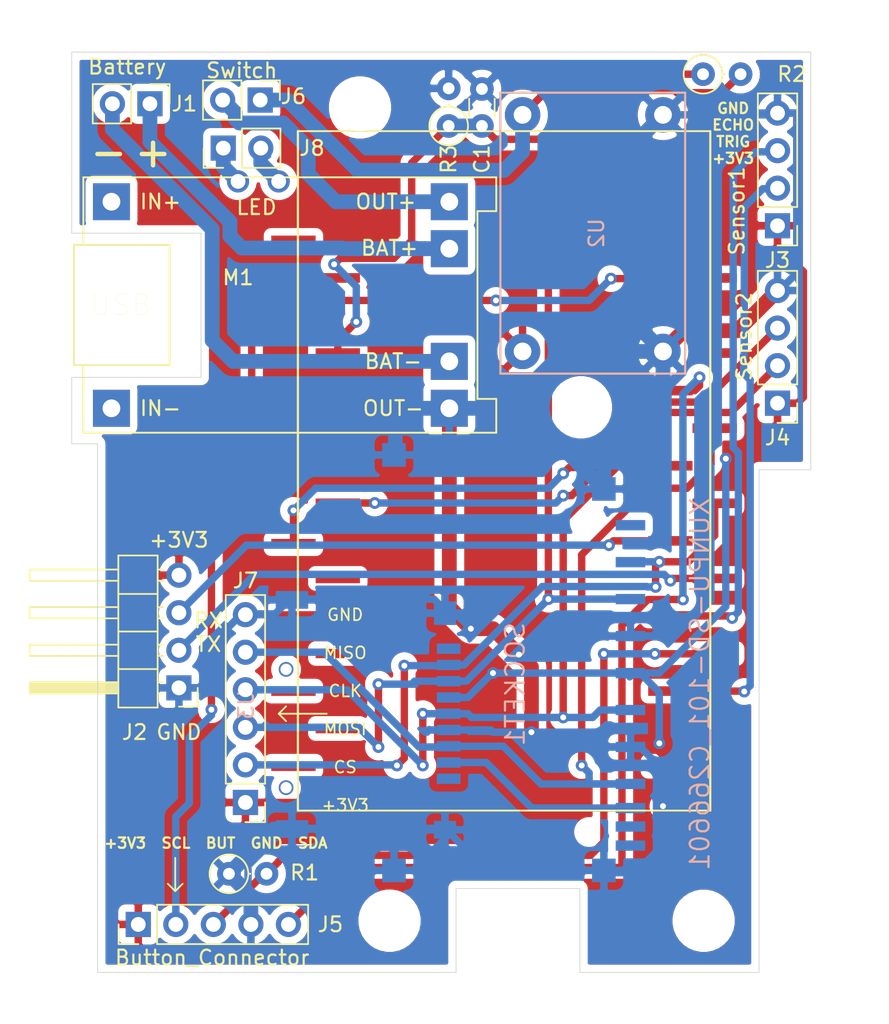
<source format=kicad_pcb>
(kicad_pcb (version 20171130) (host pcbnew "(5.1.4)-1")
  (layers (0 F.Cu signal) (31 B.Cu signal) (34 B.Paste user) (35 F.Paste user) (36 B.SilkS user) (37 F.SilkS user) (38 B.Mask user) (39 F.Mask user) (44 Edge.Cuts user))
  (net 0 "")
  (net 1 SD_CD)
  (net 2 SD_CLK)
  (net 3 SD_CMD)
  (net 4 SD_DAT0)
  (net 5 SD_DAT1)
  (net 6 GND)
  (net 7 +3V3)
  (net 8 -BATT)
  (net 9 +BATT)
  (net 10 TX_NEO6M)
  (net 11 RX_NEO6M)
  (net 12 ECHO1)
  (net 13 TRIG1)
  (net 14 TRIG2)
  (net 15 ECHO2)
  (net 16 +VDC)
  (net 17 SDA)
  (net 18 BUTTON)
  (net 19 SCL)
  (net 20 "Net-(J6-Pad2)")
  (net 21 "Net-(C1-Pad1)")
  (net 22 "Net-(J10-Pad1)")
  (net 23 "Net-(J8-Pad1)")
  (module Capacitors_THT:C_Disc_D3.0mm_W1.6mm_P2.50mm (layer F.Cu) (at 50 52 90)
    (fp_text reference C1 (at -2.25 0 90) (layer F.SilkS))
    (fp_text value C_Small)
    (pad 1 thru_hole circle (at 0 0 90) (size 1.6 1.6) (drill 0.8) (layers *.Cu *.Mask) (net 21 "Net-(C1-Pad1)"))
    (pad 2 thru_hole circle (at 2.5 0 90) (size 1.6 1.6) (drill 0.8) (layers *.Cu *.Mask) (net 6 GND))
  )
  (module Resistors_THT:R_Axial_DIN0207_L6.3mm_D2.5mm_P2.54mm_Vertical (layer F.Cu) (at 32.885 102.575)
    (fp_text reference R1 (at 5.115 -0.075) (layer F.SilkS))
    (fp_text value R_Small)
    (pad 1 thru_hole circle (at 0 0) (size 1.6 1.6) (drill 0.8) (layers *.Cu *.Mask) (net 6 GND))
    (pad 2 thru_hole oval (at 2.54 0) (size 1.6 1.6) (drill 0.8) (layers *.Cu *.Mask) (net 18 BUTTON))
  )
  (module Mounting_Holes:MountingHole_3.2mm_M3_DIN965 (layer F.Cu) (at 65 105.75)
    (fp_text reference REF** hide)
    (fp_text value MountingHole_3.2mm_M3_DIN965)
    (pad 1 np_thru_hole circle (at 0 0) (size 3.2 3.2) (drill 3.2) (layers *.Cu *.Mask))
  )
  (module Mounting_Holes:MountingHole_3.2mm_M3_DIN965 (layer F.Cu) (at 41.75 50.75)
    (fp_text reference REF** hide)
    (fp_text value MountingHole_3.2mm_M3_DIN965)
    (pad 1 np_thru_hole circle (at 0 0) (size 3.2 3.2) (drill 3.2) (layers *.Cu *.Mask))
  )
  (module Mounting_Holes:MountingHole_3.2mm_M3_DIN965 (layer F.Cu) (at 43.75 105.75)
    (fp_text reference REF** hide)
    (fp_text value MountingHole_3.2mm_M3_DIN965)
    (pad 1 np_thru_hole circle (at 0 0) (size 3.2 3.2) (drill 3.2) (layers *.Cu *.Mask))
  )
  (module Mounting_Holes:MountingHole_3.2mm_M3_DIN965 (layer F.Cu) (at 56.7 71.025)
    (fp_text reference REF** hide)
    (fp_text value MountingHole_3.2mm_M3_DIN965)
    (pad 1 np_thru_hole circle (at 0 0) (size 3.2 3.2) (drill 3.2) (layers *.Cu *.Mask))
  )
  (module SD_CARD:SD_CARD-XUNPU-SD-101_C266601 (layer B.Cu) (at 44.0514 74.25 90)
    (fp_text reference SOCKET1 (at -15.49906 8.19784 90) (layer B.SilkS) (effects (font (size 1.27 1.27)) (justify mirror)))
    (fp_text value XUNPU-SD-101_C266601 (at -15.49906 20.69784 90) (layer B.SilkS) (effects (font (size 1.27 1.27)) (justify mirror)))
    (pad CD smd rect (at -25.12822 15.99946 90) (size 0.6985 1.99898) (layers B.Cu B.Paste B.Mask))
    (pad CD/DAT3 smd rect (at -7.24916 15.99946 90) (size 0.6985 1.99898) (layers B.Cu B.Paste B.Mask) (net 1 SD_CD))
    (pad CLK smd rect (at -17.24914 15.99946 90) (size 0.6985 1.99898) (layers B.Cu B.Paste B.Mask) (net 2 SD_CLK))
    (pad CMD smd rect (at -9.74852 15.99946 90) (size 0.6985 1.99898) (layers B.Cu B.Paste B.Mask) (net 3 SD_CMD))
    (pad DAT0 smd rect (at -22.24786 15.99946 90) (size 0.6985 1.99898) (layers B.Cu B.Paste B.Mask) (net 4 SD_DAT0))
    (pad DAT1 smd rect (at -23.87854 15.99946 90) (size 0.6985 1.99898) (layers B.Cu B.Paste B.Mask) (net 5 SD_DAT1))
    (pad DAT2 smd rect (at -4.7498 15.99946 90) (size 0.6985 1.99898) (layers B.Cu B.Paste B.Mask))
    (pad GND1 smd rect (at 0 0 90) (size 1.59766 1.59766) (layers B.Cu B.Paste B.Mask) (net 6 GND))
    (pad GND2 smd rect (at -2.2987 14.1986 90) (size 1.59766 1.59766) (layers B.Cu B.Paste B.Mask) (net 6 GND))
    (pad GND3 smd rect (at -28.09748 0 90) (size 1.59766 1.59766) (layers B.Cu B.Paste B.Mask) (net 6 GND))
    (pad GND4 smd rect (at -28.09748 14.1986 90) (size 1.59766 1.59766) (layers B.Cu B.Paste B.Mask) (net 6 GND))
    (pad SD_WP smd rect (at -26.41854 15.99946 90) (size 0.6985 1.99898) (layers B.Cu B.Paste B.Mask))
    (pad VDD smd rect (at -14.74978 15.99946 90) (size 0.6985 1.99898) (layers B.Cu B.Paste B.Mask) (net 7 +3V3))
    (pad VSS1 smd rect (at -12.24788 15.99946 90) (size 0.6985 1.99898) (layers B.Cu B.Paste B.Mask) (net 6 GND))
    (pad VSS2 smd rect (at -19.7485 15.99946 90) (size 0.6985 1.99898) (layers B.Cu B.Paste B.Mask) (net 6 GND))
    (pad "" np_thru_hole circle (at -4.51866 13.14958 90) (size 1.4986 1.4986) (drill 1.4986) (layers *.Cu *.Mask))
    (pad "" np_thru_hole circle (at -25.49906 13.19784 90) (size 0.99822 0.99822) (drill 0.99822) (layers *.Cu *.Mask))
  )
  (module Custom_Modules:LM2596_Mini (layer B.Cu) (at 52.45 51.15 270)
    (fp_text reference U2 (at 8.1 -5.3 270) (layer B.SilkS) (effects (justify mirror)))
    (fp_text value LM2596_mini)
    (pad IN+ thru_hole circle (at 0.1 -0.3 270) (size 2.4 2.4) (drill 1.2) (layers *.Cu *.Mask) (net 16 +VDC))
    (pad IN- thru_hole circle (at 0.1 -9.8 270) (size 2.4 2.4) (drill 1.2) (layers *.Cu *.Mask) (net 6 GND))
    (pad OUT+ thru_hole circle (at 16.1 -0.3 270) (size 2.4 2.4) (drill 1.2) (layers *.Cu *.Mask) (net 7 +3V3))
    (pad OUT- thru_hole circle (at 16.1 -9.8 270) (size 2.4 2.4) (drill 1.2) (layers *.Cu *.Mask) (net 6 GND))
  )
  (module SD_CARD:XUNPU-TF-115-C266620 (layer B.Cu) (at 36.75 96.75 90)
    (fp_text reference U3 (at 5.6 -2.7 90) (layer B.SilkS) (effects (justify mirror)))
    (fp_text value XUNPU-TF-115-C266620)
    (pad GND4 smd rect (at 12.7 0.4 90) (size 1.2 2.2) (layers B.Cu B.Paste B.Mask) (net 6 GND))
    (pad GND2 smd rect (at -2.8 0.4 90) (size 1.2 2.2) (layers B.Cu B.Paste B.Mask) (net 6 GND))
    (pad "" np_thru_hole circle (at 8 0 90) (size 1 1) (drill 0.762) (layers *.Cu *.Mask))
    (pad "" np_thru_hole circle (at 0 0 90) (size 1 1) (drill 0.762) (layers *.Cu *.Mask))
    (pad GND1 smd rect (at -2.85 10.75 90) (size 1.2 1.5) (layers B.Cu B.Paste B.Mask) (net 6 GND))
    (pad GND3 smd rect (at 11.8 10.75 90) (size 1.6 1.5) (layers B.Cu B.Paste B.Mask) (net 6 GND))
    (pad CD smd rect (at 0.6 11 90) (size 0.7 1.6) (layers B.Cu B.Paste B.Mask))
    (pad DAT1 smd rect (at 1.7 11 90) (size 0.7 1.6) (layers B.Cu B.Paste B.Mask) (net 5 SD_DAT1))
    (pad DAT0 smd rect (at 2.8 11 90) (size 0.7 1.6) (layers B.Cu B.Paste B.Mask) (net 4 SD_DAT0))
    (pad VSS1 smd rect (at 3.9 11 90) (size 0.7 1.6) (layers B.Cu B.Paste B.Mask) (net 6 GND))
    (pad CLK smd rect (at 5 11 90) (size 0.7 1.6) (layers B.Cu B.Paste B.Mask) (net 2 SD_CLK))
    (pad VDD smd rect (at 6.1 11 90) (size 0.7 1.6) (layers B.Cu B.Paste B.Mask) (net 7 +3V3))
    (pad CMD smd rect (at 7.2 11 90) (size 0.7 1.6) (layers B.Cu B.Paste B.Mask) (net 3 SD_CMD))
    (pad CD/DAT3 smd rect (at 8.3 11 90) (size 0.7 1.6) (layers B.Cu B.Paste B.Mask) (net 1 SD_CD))
    (pad DAT2 smd rect (at 9.4 11 90) (size 0.7 1.6) (layers B.Cu B.Paste B.Mask))
  )
  (module Custom_Modules:BATTERY-CHARGER-LI-PROT (layer F.Cu) (at 37 64.11)
    (fp_text reference M1 (at -3.5 -1.86) (layer F.SilkS))
    (fp_text value LIPoChargerwithProtection)
    (fp_text user OUT- (at 7 6.985) (layer F.SilkS))
    (fp_text user OUT+ (at 6.5 -6.985) (layer F.SilkS))
    (fp_text user USB (at -11.43 0) (layer F.SilkS) (effects (font (size 1.4 1.4) (thickness 0.015))))
    (fp_text user BAT- (at 7 3.81) (layer F.SilkS))
    (fp_text user BAT+ (at 6.75 -3.86) (layer F.SilkS))
    (fp_text user IN- (at -8.75 6.985) (layer F.SilkS))
    (fp_text user IN+ (at -8.75 -6.985) (layer F.SilkS))
    (pad OUT- thru_hole rect (at 10.795 6.985) (size 2.5 2.5) (drill 1.2) (layers *.Cu *.Mask) (net 6 GND))
    (pad OUT+ thru_hole rect (at 10.795 -6.985) (size 2.5 2.5) (drill 1.2) (layers *.Cu *.Mask) (net 20 "Net-(J6-Pad2)"))
    (pad B- thru_hole rect (at 10.795 3.81) (size 2.5 2.5) (drill 1.2) (layers *.Cu *.Mask) (net 8 -BATT))
    (pad B+ thru_hole rect (at 10.795 -3.81) (size 2.5 2.5) (drill 1.2) (layers *.Cu *.Mask) (net 9 +BATT))
    (pad IN- thru_hole rect (at -12.065 6.985) (size 2.5 2.5) (drill 1.2) (layers *.Cu *.Mask))
    (pad IN+ thru_hole rect (at -12.065 -6.985) (size 2.5 2.5) (drill 1.2) (layers *.Cu *.Mask))
  )
  (module Pin_Headers:Pin_Header_Straight_1x02_Pitch2.54mm (layer F.Cu) (at 27.54 50.5 270)
    (fp_text reference J1 (at 0 -2.33 180) (layer F.SilkS))
    (fp_text value Conn_01x02_Male)
    (pad 2 thru_hole oval (at 0 2.54 270) (size 1.7 1.7) (drill 1) (layers *.Cu *.Mask) (net 8 -BATT))
    (pad 1 thru_hole rect (at 0 0 270) (size 1.7 1.7) (drill 1) (layers *.Cu *.Mask) (net 9 +BATT))
  )
  (module Pin_Headers:Pin_Header_Angled_1x04_Pitch2.54mm (layer F.Cu) (at 29.5 90 180)
    (fp_text reference J2 (at 3 -3) (layer F.SilkS))
    (fp_text value Conn_01x04_Female)
    (pad 4 thru_hole oval (at 0 7.62 180) (size 1.7 1.7) (drill 1) (layers *.Cu *.Mask) (net 7 +3V3))
    (pad 3 thru_hole oval (at 0 5.08 180) (size 1.7 1.7) (drill 1) (layers *.Cu *.Mask) (net 11 RX_NEO6M))
    (pad 2 thru_hole oval (at 0 2.54 180) (size 1.7 1.7) (drill 1) (layers *.Cu *.Mask) (net 10 TX_NEO6M))
    (pad 1 thru_hole rect (at 0 0 180) (size 1.7 1.7) (drill 1) (layers *.Cu *.Mask) (net 6 GND))
  )
  (module Pin_Headers:Pin_Header_Straight_1x04_Pitch2.54mm (layer F.Cu) (at 70 58.75 180)
    (fp_text reference J3 (at 0 -2.33) (layer F.SilkS))
    (fp_text value Conn_01x04_Male)
    (pad 4 thru_hole oval (at 0 7.62 180) (size 1.7 1.7) (drill 1) (layers *.Cu *.Mask) (net 6 GND))
    (pad 3 thru_hole oval (at 0 5.08 180) (size 1.7 1.7) (drill 1) (layers *.Cu *.Mask) (net 12 ECHO1))
    (pad 2 thru_hole oval (at 0 2.54 180) (size 1.7 1.7) (drill 1) (layers *.Cu *.Mask) (net 13 TRIG1))
    (pad 1 thru_hole rect (at 0 0 180) (size 1.7 1.7) (drill 1) (layers *.Cu *.Mask) (net 7 +3V3))
  )
  (module Pin_Headers:Pin_Header_Straight_1x04_Pitch2.54mm (layer F.Cu) (at 70 70.75 180)
    (fp_text reference J4 (at 0 -2.33) (layer F.SilkS))
    (fp_text value Conn_01x04_Male)
    (pad 1 thru_hole rect (at 0 0 180) (size 1.7 1.7) (drill 1) (layers *.Cu *.Mask) (net 7 +3V3))
    (pad 2 thru_hole oval (at 0 2.54 180) (size 1.7 1.7) (drill 1) (layers *.Cu *.Mask) (net 14 TRIG2))
    (pad 3 thru_hole oval (at 0 5.08 180) (size 1.7 1.7) (drill 1) (layers *.Cu *.Mask) (net 15 ECHO2))
    (pad 4 thru_hole oval (at 0 7.62 180) (size 1.7 1.7) (drill 1) (layers *.Cu *.Mask) (net 6 GND))
  )
  (module Pin_Headers:Pin_Header_Straight_1x05_Pitch2.54mm (layer F.Cu) (at 26.75 106 90)
    (fp_text reference J5 (at 0 13) (layer F.SilkS))
    (fp_text value Conn_01x05_Male)
    (pad 5 thru_hole oval (at 0 10.16 90) (size 1.7 1.7) (drill 1) (layers *.Cu *.Mask) (net 17 SDA))
    (pad 4 thru_hole oval (at 0 7.62 90) (size 1.7 1.7) (drill 1) (layers *.Cu *.Mask) (net 6 GND))
    (pad 3 thru_hole oval (at 0 5.08 90) (size 1.7 1.7) (drill 1) (layers *.Cu *.Mask) (net 18 BUTTON))
    (pad 2 thru_hole oval (at 0 2.54 90) (size 1.7 1.7) (drill 1) (layers *.Cu *.Mask) (net 19 SCL))
    (pad 1 thru_hole rect (at 0 0 90) (size 1.7 1.7) (drill 1) (layers *.Cu *.Mask) (net 7 +3V3))
  )
  (module Pin_Headers:Pin_Header_Straight_1x02_Pitch2.54mm (layer F.Cu) (at 35 50.25 270)
    (fp_text reference J6 (at -0.25 -2.25 180) (layer F.SilkS))
    (fp_text value Conn_01x02_Male)
    (pad 2 thru_hole oval (at 0 2.54 270) (size 1.7 1.7) (drill 1) (layers *.Cu *.Mask) (net 20 "Net-(J6-Pad2)"))
    (pad 1 thru_hole rect (at 0 0 270) (size 1.7 1.7) (drill 1) (layers *.Cu *.Mask) (net 16 +VDC))
  )
  (module ESP32-DEVKITC-32D:MODULE_ESP32-DEVKITC-32C_SMD (layer F.Cu) (at 51.5 79.5)
    (fp_text reference U1 (at -10.829175 -28.446045) (layer F.SilkS) (effects (font (size 1.000386 1.000386) (thickness 0.015))))
    (fp_text value ESP32-DEVKIT-32C)
    (pad 1 smd rect (at -14.25 -19.76) (size 3 0.65) (layers F.Cu F.Paste F.Mask))
    (pad 2 smd rect (at -11.25 -17.22) (size 3 0.65) (layers F.Cu F.Paste F.Mask))
    (pad 3 smd rect (at -14.25 -14.68) (size 3 0.65) (layers F.Cu F.Paste F.Mask))
    (pad 4 smd rect (at -11.25 -12.14) (size 3 0.65) (layers F.Cu F.Paste F.Mask) (net 21 "Net-(C1-Pad1)"))
    (pad 5 smd rect (at -14.25 -9.6) (size 3 0.65) (layers F.Cu F.Paste F.Mask))
    (pad 6 smd rect (at -11.25 -7.06) (size 3 0.65) (layers F.Cu F.Paste F.Mask))
    (pad 7 smd rect (at -14.25 -4.75) (size 3 0.65) (layers F.Cu F.Paste F.Mask))
    (pad 8 smd rect (at -11.25 -1.98) (size 3 0.65) (layers F.Cu F.Paste F.Mask) (net 14 TRIG2))
    (pad 9 smd rect (at -14.25 0.75) (size 3 0.65) (layers F.Cu F.Paste F.Mask) (net 15 ECHO2))
    (pad 10 smd rect (at -11.25 3.1) (size 3 0.65) (layers F.Cu F.Paste F.Mask))
    (pad 11 smd rect (at -14.25 5.64) (size 3 0.65) (layers F.Cu F.Paste F.Mask))
    (pad 12 smd rect (at -11.25 8.18) (size 3 0.635) (layers F.Cu F.Paste F.Mask))
    (pad 13 smd rect (at -14.25 10.72) (size 3 0.65) (layers F.Cu F.Paste F.Mask))
    (pad 14 smd rect (at -11.25 13.25) (size 3 0.65) (layers F.Cu F.Paste F.Mask))
    (pad 15 smd rect (at -14.25 15.8) (size 3 0.65) (layers F.Cu F.Paste F.Mask))
    (pad 30 smd rect (at 11.25 -19.75) (size 3 0.65) (layers F.Cu F.Paste F.Mask) (net 3 SD_CMD))
    (pad 29 smd rect (at 14.25 -17.22) (size 3 0.65) (layers F.Cu F.Paste F.Mask) (net 19 SCL))
    (pad 28 smd rect (at 11.25 -14.68) (size 3 0.65) (layers F.Cu F.Paste F.Mask))
    (pad 27 smd rect (at 14.25 -12.14) (size 3 0.65) (layers F.Cu F.Paste F.Mask))
    (pad 26 smd rect (at 11.25 -9.6) (size 3 0.65) (layers F.Cu F.Paste F.Mask) (net 17 SDA))
    (pad 25 smd rect (at 14.25 -7.06) (size 3 0.65) (layers F.Cu F.Paste F.Mask) (net 4 SD_DAT0))
    (pad 24 smd rect (at 11.25 -4.52) (size 3 0.65) (layers F.Cu F.Paste F.Mask) (net 2 SD_CLK))
    (pad 23 smd rect (at 14.25 -1.98) (size 3 0.65) (layers F.Cu F.Paste F.Mask) (net 1 SD_CD))
    (pad 22 smd rect (at 11.25 0.56) (size 3 0.65) (layers F.Cu F.Paste F.Mask) (net 11 RX_NEO6M))
    (pad 21 smd rect (at 14.25 3.1) (size 3 0.65) (layers F.Cu F.Paste F.Mask) (net 10 TX_NEO6M))
    (pad 20 smd rect (at 11.25 5.64) (size 3 0.65) (layers F.Cu F.Paste F.Mask) (net 12 ECHO1))
    (pad 19 smd rect (at 14.25 8.18) (size 3 0.65) (layers F.Cu F.Paste F.Mask) (net 18 BUTTON))
    (pad 18 smd rect (at 11.25 10.72) (size 3 0.65) (layers F.Cu F.Paste F.Mask) (net 13 TRIG1))
    (pad 17 smd rect (at 14.25 13.25) (size 3 0.65) (layers F.Cu F.Paste F.Mask) (net 6 GND))
    (pad 16 smd rect (at 11.25 15.8) (size 3 0.65) (layers F.Cu F.Paste F.Mask) (net 7 +3V3))
  )
  (module Pin_Headers:Pin_Header_Straight_1x06_Pitch2.54mm (layer F.Cu) (at 34 97.75 180)
    (fp_text reference J7 (at 0 15) (layer F.SilkS))
    (fp_text value Conn_01x06_Male)
    (pad 6 thru_hole oval (at 0 12.7 180) (size 1.7 1.7) (drill 1) (layers *.Cu *.Mask) (net 6 GND))
    (pad 5 thru_hole oval (at 0 10.16 180) (size 1.7 1.7) (drill 1) (layers *.Cu *.Mask) (net 4 SD_DAT0))
    (pad 4 thru_hole oval (at 0 7.62 180) (size 1.7 1.7) (drill 1) (layers *.Cu *.Mask) (net 2 SD_CLK))
    (pad 3 thru_hole oval (at 0 5.08 180) (size 1.7 1.7) (drill 1) (layers *.Cu *.Mask) (net 3 SD_CMD))
    (pad 2 thru_hole oval (at 0 2.54 180) (size 1.7 1.7) (drill 1) (layers *.Cu *.Mask) (net 1 SD_CD))
    (pad 1 thru_hole rect (at 0 0 180) (size 1.7 1.7) (drill 1) (layers *.Cu *.Mask) (net 7 +3V3))
  )
  (module Resistors_THT:R_Axial_DIN0207_L6.3mm_D2.5mm_P2.54mm_Vertical (layer F.Cu) (at 64.96 48.5)
    (fp_text reference R2 (at 6 0) (layer F.SilkS))
    (fp_text value R_Small)
    (pad 2 thru_hole oval (at 2.54 0) (size 1.6 1.6) (drill 0.8) (layers *.Cu *.Mask) (net 21 "Net-(C1-Pad1)"))
    (pad 1 thru_hole circle (at 0 0) (size 1.6 1.6) (drill 0.8) (layers *.Cu *.Mask) (net 16 +VDC))
  )
  (module Resistors_THT:R_Axial_DIN0207_L6.3mm_D2.5mm_P2.54mm_Vertical (layer F.Cu) (at 47.75 52 90)
    (fp_text reference R3 (at -2.25 0 90) (layer F.SilkS))
    (fp_text value R_Small)
    (pad 1 thru_hole circle (at 0 0 90) (size 1.6 1.6) (drill 0.8) (layers *.Cu *.Mask) (net 21 "Net-(C1-Pad1)"))
    (pad 2 thru_hole oval (at 2.54 0 90) (size 1.6 1.6) (drill 0.8) (layers *.Cu *.Mask) (net 6 GND))
  )
  (module Pin_Headers:Pin_Header_Straight_1x02_Pitch2.54mm (layer F.Cu) (at 32.5 53.5 90)
    (fp_text reference J8 (at 0 6 180) (layer F.SilkS))
    (fp_text value Conn_01x02_Male)
    (pad 2 thru_hole oval (at 0 2.54 90) (size 1.7 1.7) (drill 1) (layers *.Cu *.Mask) (net 22 "Net-(J10-Pad1)"))
    (pad 1 thru_hole rect (at 0 0 90) (size 1.7 1.7) (drill 1) (layers *.Cu *.Mask) (net 23 "Net-(J8-Pad1)"))
  )
  (module Custom_connectors:1mmDrill+Pad (layer F.Cu) (at 33.5 53.75)
    (fp_text reference J9 hide)
    (fp_text value Conn_01x01_Female)
    (pad 1 thru_hole circle (at 0 2) (size 1.5 1.5) (drill 1) (layers *.Cu *.Mask) (net 23 "Net-(J8-Pad1)"))
  )
  (module Custom_connectors:1mmDrill+Pad (layer F.Cu) (at 36.25 53.75)
    (fp_text reference J10 hide)
    (fp_text value Conn_01x01_Female)
    (pad 1 thru_hole circle (at 0 2) (size 1.5 1.5) (drill 1) (layers *.Cu *.Mask) (net 22 "Net-(J10-Pad1)"))
  )
  (gr_text LED (at 34.75 57.5) (layer F.SilkS) (effects (font (size 1 1))))
  (gr_line (start 22.25 69) (end 22.25 73.5) (layer Edge.Cuts) (width 0.05))
  (gr_line (start 24 73.5) (end 24 76.5) (layer Edge.Cuts) (width 0.05))
  (gr_line (start 22.25 73.5) (end 24 73.5) (layer Edge.Cuts) (width 0.05))
  (gr_line (start 36.25 91.75) (end 36.75 92.25) (layer F.SilkS) (width 0.12))
  (gr_line (start 36.25 91.75) (end 36.75 91.25) (layer F.SilkS) (width 0.12))
  (gr_line (start 36.75 91.75) (end 36.25 91.75) (layer F.SilkS) (width 0.12))
  (gr_line (start 36.75 91.75) (end 39.5 91.75) (layer F.SilkS) (width 0.12))
  (gr_line (start 29.25 103.75) (end 28.75 103.25) (layer F.SilkS) (width 0.12))
  (gr_line (start 29.25 103.75) (end 29.75 103.25) (layer F.SilkS) (width 0.12))
  (gr_line (start 29.25 101.5) (end 29.25 103.75) (layer F.SilkS) (width 0.12))
  (gr_text "+3V3  SCL  BUT  GND  SDA" (at 32 100.5) (layer F.SilkS) (effects (font (size 0.7 0.7))))
  (gr_text "GND\n\nMISO\n\nCLK\n\nMOSI\n\nCS\n\n+3V3" (at 40.75 91.5) (layer F.SilkS) (effects (font (size 0.8 0.8) (thickness 0.12))))
  (gr_text "RX\nTX" (at 31.5 86.25) (layer F.SilkS) (effects (font (size 1 1))))
  (gr_text GND (at 29.5 93) (layer F.SilkS) (effects (font (size 1 1))))
  (gr_text +3V3 (at 29.5 80) (layer F.SilkS) (effects (font (size 1 1))))
  (gr_text "GND\nECHO\nTRIG\n+3V3" (at 67 52.5) (layer F.SilkS) (effects (font (size 0.7 0.7))))
  (gr_text + (at 27.75 53.75) (layer F.SilkS) (effects (font (size 2 2) (thickness 0.3)) (justify mirror)))
  (gr_text - (at 24.75 53.75) (layer F.SilkS) (effects (font (size 2 2) (thickness 0.3))))
  (gr_line (start 31 69) (end 22.25 69) (layer Edge.Cuts) (width 0.05))
  (gr_line (start 31 59.25) (end 31 69) (layer Edge.Cuts) (width 0.05))
  (gr_line (start 22.25 59.25) (end 31 59.25) (layer Edge.Cuts) (width 0.05))
  (gr_line (start 22.25 57) (end 22.25 59.25) (layer Edge.Cuts) (width 0.05))
  (gr_line (start 48.25 109.25) (end 35.5 109.25) (layer Edge.Cuts) (width 0.05))
  (gr_line (start 68.75 109.25) (end 56.625 109.25) (layer Edge.Cuts) (width 0.05))
  (gr_line (start 56.625 103.575) (end 56.625 109.25) (layer Edge.Cuts) (width 0.05))
  (gr_line (start 48.25 103.575) (end 56.625 103.575) (layer Edge.Cuts) (width 0.05))
  (gr_line (start 48.25 109.25) (end 48.25 103.575) (layer Edge.Cuts) (width 0.05))
  (gr_line (start 22.25 47) (end 69 47) (layer Edge.Cuts) (width 0.05))
  (gr_line (start 22.25 47) (end 22.25 57) (layer Edge.Cuts) (width 0.05))
  (gr_line (start 68.75 75.25) (end 69 75.25) (layer Edge.Cuts) (width 0.05))
  (gr_line (start 68.75 109.25) (end 68.75 75.25) (layer Edge.Cuts) (width 0.05))
  (gr_text Sensor2 (at 67.75 66.25 90) (layer F.SilkS) (effects (font (size 1 1))))
  (gr_text Sensor1 (at 67.25 57.75 90) (layer F.SilkS) (effects (font (size 1 1))))
  (gr_text Button_Connector (at 31.75 108.25) (layer F.SilkS) (effects (font (size 1 1))))
  (gr_text Switch (at 33.75 48.25) (layer F.SilkS) (effects (font (size 1 1))))
  (gr_text Battery (at 26 48) (layer F.SilkS) (effects (font (size 1 1))))
  (gr_line (start 24 109.25) (end 24 109) (layer Edge.Cuts) (width 0.05))
  (gr_line (start 35.5 109.25) (end 24 109.25) (layer Edge.Cuts) (width 0.05))
  (gr_line (start 24 93) (end 24 109) (layer Edge.Cuts) (width 0.05))
  (gr_line (start 72.25 47) (end 69 47) (layer Edge.Cuts) (width 0.05))
  (gr_line (start 72.25 75.25) (end 72.25 47) (layer Edge.Cuts) (width 0.05))
  (gr_line (start 69 75.25) (end 72.25 75.25) (layer Edge.Cuts) (width 0.05))
  (gr_line (start 24 76.5) (end 24 93) (layer Edge.Cuts) (width 0.05))
  (segment (start 34 95.21) (end 41.96 95.21) (width 0.5) (layer B.Cu) (net 1))
  (via (at 44.25 95.25) (size 0.8) (drill 0.4) (layers F.Cu B.Cu) (net 1))
  (segment (start 41.96 95.21) (end 44.21 95.21) (width 0.5) (layer B.Cu) (net 1))
  (segment (start 44.21 95.21) (end 44.25 95.25) (width 0.5) (layer B.Cu) (net 1))
  (via (at 44.75 88.5) (size 0.8) (drill 0.4) (layers F.Cu B.Cu) (net 1))
  (segment (start 44.25 95.25) (end 44.75 94.75) (width 0.5) (layer F.Cu) (net 1))
  (segment (start 44.75 94.75) (end 44.75 88.5) (width 0.5) (layer F.Cu) (net 1))
  (segment (start 44.75 88.5) (end 47.75 88.5) (width 0.5) (layer B.Cu) (net 1))
  (via (at 61.75 83.17499) (size 0.8) (drill 0.4) (layers F.Cu B.Cu) (net 1))
  (segment (start 61.434315 81.474979) (end 62 81.474979) (width 0.5) (layer B.Cu) (net 1))
  (segment (start 65.75 79.695002) (end 63.970023 81.474979) (width 0.5) (layer F.Cu) (net 1))
  (segment (start 63.970023 81.474979) (end 62.565685 81.474979) (width 0.5) (layer F.Cu) (net 1))
  (segment (start 60.025021 81.474979) (end 61.434315 81.474979) (width 0.5) (layer B.Cu) (net 1))
  (segment (start 62.565685 81.474979) (end 62 81.474979) (width 0.5) (layer F.Cu) (net 1))
  (segment (start 61.75 81.724979) (end 62 81.474979) (width 0.5) (layer F.Cu) (net 1))
  (segment (start 61.184315 83.17499) (end 61.75 83.17499) (width 0.5) (layer B.Cu) (net 1))
  (segment (start 61.75 83.17499) (end 61.75 81.724979) (width 0.5) (layer F.Cu) (net 1))
  (segment (start 60 81.5) (end 60.025021 81.474979) (width 0.5) (layer B.Cu) (net 1))
  (via (at 62 81.474979) (size 0.8) (drill 0.4) (layers F.Cu B.Cu) (net 1))
  (segment (start 54.085477 83.148519) (end 61.157844 83.148519) (width 0.5) (layer B.Cu) (net 1))
  (segment (start 65.75 77.52) (end 65.75 79.695002) (width 0.5) (layer F.Cu) (net 1))
  (segment (start 48.783996 88.45) (end 54.085477 83.148519) (width 0.5) (layer B.Cu) (net 1))
  (segment (start 47.75 88.45) (end 48.783996 88.45) (width 0.5) (layer B.Cu) (net 1))
  (segment (start 61.157844 83.148519) (end 61.184315 83.17499) (width 0.5) (layer B.Cu) (net 1))
  (segment (start 49.05 91.75) (end 49.3 92) (width 0.5) (layer B.Cu) (net 2))
  (segment (start 47.75 91.75) (end 49.05 91.75) (width 0.5) (layer B.Cu) (net 2))
  (segment (start 57.5 92) (end 58 91.5) (width 0.5) (layer B.Cu) (net 2))
  (segment (start 60 91.5) (end 58 91.5) (width 0.5) (layer B.Cu) (net 2))
  (via (at 46 95.25) (size 0.8) (drill 0.4) (layers F.Cu B.Cu) (net 2))
  (segment (start 40.88 90.13) (end 46 95.25) (width 0.5) (layer B.Cu) (net 2))
  (segment (start 34 90.13) (end 40.88 90.13) (width 0.5) (layer B.Cu) (net 2))
  (via (at 46 91.75) (size 0.8) (drill 0.4) (layers F.Cu B.Cu) (net 2))
  (segment (start 46 95.25) (end 46 91.75) (width 0.5) (layer F.Cu) (net 2))
  (segment (start 46 91.75) (end 47.75 91.75) (width 0.5) (layer B.Cu) (net 2))
  (segment (start 59.214674 74.98) (end 55.5 78.694674) (width 0.5) (layer F.Cu) (net 2))
  (segment (start 62.75 74.98) (end 59.214674 74.98) (width 0.5) (layer F.Cu) (net 2))
  (via (at 55.5 92) (size 0.8) (drill 0.4) (layers F.Cu B.Cu) (net 2))
  (segment (start 55.5 78.694674) (end 55.5 92) (width 0.5) (layer F.Cu) (net 2))
  (segment (start 49.3 92) (end 55.5 92) (width 0.5) (layer B.Cu) (net 2))
  (segment (start 55.5 92) (end 57.5 92) (width 0.5) (layer B.Cu) (net 2))
  (segment (start 35.202081 92.67) (end 35.372081 92.5) (width 0.5) (layer B.Cu) (net 3))
  (segment (start 34 92.67) (end 35.202081 92.67) (width 0.5) (layer B.Cu) (net 3))
  (via (at 43 94) (size 0.8) (drill 0.4) (layers F.Cu B.Cu) (net 3))
  (segment (start 35.202081 92.67) (end 41.67 92.67) (width 0.5) (layer B.Cu) (net 3))
  (segment (start 41.67 92.67) (end 43 94) (width 0.5) (layer B.Cu) (net 3))
  (via (at 43 89.75) (size 0.8) (drill 0.4) (layers F.Cu B.Cu) (net 3))
  (segment (start 43 94) (end 43 89.75) (width 0.5) (layer F.Cu) (net 3))
  (segment (start 45.45 89.55) (end 45.25 89.75) (width 0.5) (layer B.Cu) (net 3))
  (segment (start 47.75 89.55) (end 45.45 89.55) (width 0.5) (layer B.Cu) (net 3))
  (segment (start 43 89.75) (end 45.25 89.75) (width 0.5) (layer B.Cu) (net 3))
  (segment (start 45.25 89.75) (end 45.5 89.75) (width 0.5) (layer B.Cu) (net 3))
  (segment (start 54.493478 83.99852) (end 58.55137 83.99852) (width 0.5) (layer B.Cu) (net 3))
  (segment (start 58.55137 83.99852) (end 60.05086 83.99852) (width 0.5) (layer B.Cu) (net 3))
  (segment (start 48.941998 89.55) (end 54.493478 83.99852) (width 0.5) (layer B.Cu) (net 3))
  (segment (start 47.75 89.55) (end 48.941998 89.55) (width 0.5) (layer B.Cu) (net 3))
  (segment (start 62.75 59.75) (end 56 59.75) (width 0.5) (layer F.Cu) (net 3))
  (via (at 54.493478 83.99852) (size 0.8) (drill 0.4) (layers F.Cu B.Cu) (net 3))
  (segment (start 56 59.75) (end 54.493478 61.256522) (width 0.5) (layer F.Cu) (net 3))
  (segment (start 54.493478 83.99852) (end 54.493478 61.256522) (width 0.5) (layer F.Cu) (net 3))
  (segment (start 47.75 93.95) (end 51.45 93.95) (width 0.5) (layer B.Cu) (net 4))
  (segment (start 51.45 93.95) (end 54 96.5) (width 0.5) (layer B.Cu) (net 4))
  (segment (start 34 87.59) (end 39.329964 87.59) (width 0.5) (layer B.Cu) (net 4))
  (segment (start 45.739964 94) (end 47.75 94) (width 0.5) (layer B.Cu) (net 4))
  (segment (start 39.329964 87.59) (end 45.739964 94) (width 0.5) (layer B.Cu) (net 4))
  (segment (start 58.54923 96.5) (end 57.25 96.5) (width 0.5) (layer B.Cu) (net 4))
  (segment (start 58.55137 96.49786) (end 58.54923 96.5) (width 0.5) (layer B.Cu) (net 4))
  (segment (start 60.05086 96.49786) (end 58.55137 96.49786) (width 0.5) (layer B.Cu) (net 4))
  (segment (start 54 96.5) (end 57.25 96.5) (width 0.5) (layer B.Cu) (net 4))
  (segment (start 57.25 96.5) (end 60 96.5) (width 0.5) (layer B.Cu) (net 4))
  (via (at 56.75 95.25) (size 0.8) (drill 0.4) (layers F.Cu B.Cu) (net 4))
  (segment (start 57.25 96.5) (end 57.25 95.75) (width 0.5) (layer B.Cu) (net 4))
  (segment (start 57.25 95.75) (end 56.75 95.25) (width 0.5) (layer B.Cu) (net 4))
  (segment (start 56.75 80.994606) (end 61.244606 76.5) (width 0.5) (layer F.Cu) (net 4))
  (segment (start 56.75 95.25) (end 56.75 80.994606) (width 0.5) (layer F.Cu) (net 4))
  (segment (start 63.865002 76.5) (end 65.5 74.865002) (width 0.5) (layer F.Cu) (net 4))
  (segment (start 61.244606 76.5) (end 63.865002 76.5) (width 0.5) (layer F.Cu) (net 4))
  (segment (start 65.5 74.865002) (end 65.5 72.5) (width 0.5) (layer F.Cu) (net 4))
  (segment (start 65.5 72.5) (end 65.75 72.5) (width 0.5) (layer F.Cu) (net 4))
  (segment (start 65.75 72.5) (end 65.75 72.25) (width 0.5) (layer F.Cu) (net 4))
  (segment (start 53.37146 98.12854) (end 60.05086 98.12854) (width 0.5) (layer B.Cu) (net 5))
  (segment (start 47.75 95.05) (end 50.29292 95.05) (width 0.5) (layer B.Cu) (net 5))
  (segment (start 50.29292 95.05) (end 53.37146 98.12854) (width 0.5) (layer B.Cu) (net 5))
  (segment (start 37.25 99.5) (end 47.25 99.5) (width 0.5) (layer B.Cu) (net 6))
  (segment (start 47.25 99.5) (end 47.5 99.5) (width 0.5) (layer B.Cu) (net 6))
  (segment (start 45.35023 102.34748) (end 47.5 100.19771) (width 0.5) (layer B.Cu) (net 6))
  (segment (start 44.0514 102.34748) (end 45.35023 102.34748) (width 0.5) (layer B.Cu) (net 6))
  (segment (start 47.5 100.19771) (end 47.5 99.5) (width 0.5) (layer B.Cu) (net 6))
  (segment (start 47.5 99.5) (end 47.5 99.75) (width 0.5) (layer B.Cu) (net 6))
  (segment (start 58.25 102.34748) (end 50.34748 102.34748) (width 0.5) (layer B.Cu) (net 6))
  (segment (start 50.34748 102.34748) (end 47.5 99.5) (width 0.5) (layer B.Cu) (net 6))
  (segment (start 30.85 90) (end 29.5 90) (width 0.5) (layer B.Cu) (net 6))
  (segment (start 31.75 89.1) (end 30.85 90) (width 0.5) (layer B.Cu) (net 6))
  (segment (start 31.75 87) (end 31.75 89.1) (width 0.5) (layer B.Cu) (net 6))
  (segment (start 47.5 84.75) (end 46.75 84) (width 0.5) (layer B.Cu) (net 6))
  (segment (start 47.5 84.95) (end 47.5 84.75) (width 0.5) (layer B.Cu) (net 6))
  (segment (start 37 84) (end 36 85) (width 0.5) (layer B.Cu) (net 6))
  (segment (start 36 85) (end 33.75 85) (width 0.5) (layer B.Cu) (net 6))
  (segment (start 33.75 85) (end 31.75 87) (width 0.5) (layer B.Cu) (net 6))
  (segment (start 46.75 84) (end 45 84) (width 0.5) (layer B.Cu) (net 6))
  (segment (start 45 84) (end 37 84) (width 0.5) (layer B.Cu) (net 6))
  (segment (start 60.7011 93.9985) (end 62.25 95.5474) (width 0.5) (layer B.Cu) (net 6))
  (segment (start 60.05086 93.9985) (end 60.7011 93.9985) (width 0.5) (layer B.Cu) (net 6))
  (segment (start 62.25 100.628142) (end 60.378142 102.5) (width 0.5) (layer B.Cu) (net 6))
  (segment (start 60.378142 102.5) (end 58 102.5) (width 0.5) (layer B.Cu) (net 6))
  (segment (start 58 102.5) (end 58.25 102.5) (width 0.5) (layer B.Cu) (net 6))
  (segment (start 58.55137 93.9985) (end 57.55287 93) (width 0.5) (layer B.Cu) (net 6))
  (segment (start 60.05086 93.9985) (end 58.55137 93.9985) (width 0.5) (layer B.Cu) (net 6))
  (segment (start 50.6 92.85) (end 50.75 93) (width 0.5) (layer B.Cu) (net 6))
  (segment (start 47.75 92.85) (end 50.6 92.85) (width 0.5) (layer B.Cu) (net 6))
  (via (at 52.5 87.75) (size 0.8) (drill 0.4) (layers F.Cu B.Cu) (net 6))
  (segment (start 60.05086 86.49788) (end 53.75212 86.49788) (width 0.5) (layer B.Cu) (net 6))
  (segment (start 53.75212 86.49788) (end 52.5 87.75) (width 0.5) (layer B.Cu) (net 6))
  (via (at 49.25 86) (size 0.8) (drill 0.4) (layers F.Cu B.Cu) (net 6))
  (segment (start 49.25 86) (end 48.25 85) (width 0.5) (layer B.Cu) (net 6))
  (segment (start 48.25 85) (end 47.5 85) (width 0.5) (layer B.Cu) (net 6))
  (via (at 62.25 98) (size 0.8) (drill 0.4) (layers F.Cu B.Cu) (net 6))
  (segment (start 62.685002 98) (end 62.25 98) (width 0.5) (layer F.Cu) (net 6))
  (segment (start 65.75 94.935002) (end 62.685002 98) (width 0.5) (layer F.Cu) (net 6))
  (segment (start 65.75 92.75) (end 65.75 94.935002) (width 0.5) (layer F.Cu) (net 6))
  (segment (start 62.25 95.5474) (end 62.25 98) (width 0.5) (layer B.Cu) (net 6))
  (segment (start 62.25 98) (end 62.25 100.628142) (width 0.5) (layer B.Cu) (net 6))
  (segment (start 62.25 51.25) (end 63.947056 51.25) (width 0.5) (layer B.Cu) (net 6))
  (segment (start 63.947056 51.25) (end 70 51.25) (width 0.5) (layer B.Cu) (net 6))
  (segment (start 70 51.25) (end 70 51.5) (width 0.5) (layer B.Cu) (net 6))
  (segment (start 71.300001 51.22792) (end 71.300001 61.949999) (width 0.5) (layer B.Cu) (net 6))
  (segment (start 70 51.13) (end 71.202081 51.13) (width 0.5) (layer B.Cu) (net 6))
  (segment (start 71.202081 51.13) (end 71.300001 51.22792) (width 0.5) (layer B.Cu) (net 6))
  (segment (start 71.300001 61.949999) (end 70 63.25) (width 0.5) (layer B.Cu) (net 6))
  (segment (start 67.284999 65.845001) (end 63.654999 65.845001) (width 1) (layer F.Cu) (net 6))
  (segment (start 70 63.13) (end 67.284999 65.845001) (width 1) (layer F.Cu) (net 6))
  (segment (start 63.654999 65.845001) (end 62.25 67.25) (width 1) (layer F.Cu) (net 6))
  (segment (start 61.050001 52.449999) (end 61.050001 66.050001) (width 1) (layer B.Cu) (net 6))
  (segment (start 62.25 51.25) (end 61.050001 52.449999) (width 1) (layer B.Cu) (net 6))
  (segment (start 61.050001 66.050001) (end 62.25 67.25) (width 1) (layer B.Cu) (net 6))
  (segment (start 58.25 74.74987) (end 58.25 76.5487) (width 1) (layer B.Cu) (net 6))
  (segment (start 62.25 67.25) (end 62.25 70.74987) (width 1) (layer B.Cu) (net 6))
  (segment (start 62.25 70.74987) (end 58.25 74.74987) (width 1) (layer B.Cu) (net 6))
  (segment (start 36.65 99.55) (end 37.15 99.55) (width 0.5) (layer B.Cu) (net 6))
  (segment (start 34.174999 102.025001) (end 36.65 99.55) (width 0.5) (layer B.Cu) (net 6))
  (segment (start 34.174999 104.602918) (end 34.174999 102.025001) (width 0.5) (layer B.Cu) (net 6))
  (segment (start 34.37 104.797919) (end 34.174999 104.602918) (width 0.5) (layer B.Cu) (net 6))
  (segment (start 34.37 106) (end 34.37 104.797919) (width 0.5) (layer B.Cu) (net 6))
  (via (at 53.35 93) (size 0.8) (drill 0.4) (layers F.Cu B.Cu) (net 6))
  (segment (start 57.55287 93) (end 53.35 93) (width 0.5) (layer B.Cu) (net 6))
  (segment (start 53.35 93) (end 50.75 93) (width 0.5) (layer B.Cu) (net 6))
  (segment (start 53.35 88.6) (end 52.5 87.75) (width 1) (layer F.Cu) (net 6))
  (segment (start 53.35 93) (end 53.35 88.6) (width 1) (layer F.Cu) (net 6))
  (segment (start 50.75 86) (end 52.5 87.75) (width 1) (layer F.Cu) (net 6))
  (segment (start 49.25 86) (end 50.75 86) (width 1) (layer F.Cu) (net 6))
  (segment (start 34.37 104.06) (end 32.885 102.575) (width 1) (layer B.Cu) (net 6))
  (segment (start 34.37 106) (end 34.37 104.06) (width 1) (layer B.Cu) (net 6))
  (segment (start 35.91 99.55) (end 37.15 99.55) (width 1) (layer B.Cu) (net 6))
  (segment (start 32.885 102.575) (end 35.91 99.55) (width 1) (layer B.Cu) (net 6))
  (segment (start 60.552944 67.25) (end 62.25 67.25) (width 1) (layer B.Cu) (net 6))
  (segment (start 55.562002 67.25) (end 60.552944 67.25) (width 1) (layer B.Cu) (net 6))
  (segment (start 53.662001 69.150001) (end 55.562002 67.25) (width 1) (layer B.Cu) (net 6))
  (segment (start 51.624999 69.923699) (end 58.25 76.5487) (width 1) (layer B.Cu) (net 6))
  (segment (start 51.624999 69.150001) (end 51.624999 69.923699) (width 1) (layer B.Cu) (net 6))
  (segment (start 45.545 71.095) (end 44.14 72.5) (width 1) (layer B.Cu) (net 6))
  (segment (start 47.795 71.095) (end 45.545 71.095) (width 1) (layer B.Cu) (net 6))
  (segment (start 44.14 74.1614) (end 44.0514 74.25) (width 1) (layer B.Cu) (net 6))
  (segment (start 44.14 72.5) (end 44.14 74.1614) (width 1) (layer B.Cu) (net 6))
  (segment (start 51.989999 69.150001) (end 52.800001 69.150001) (width 1) (layer B.Cu) (net 6))
  (segment (start 50.045 71.095) (end 51.989999 69.150001) (width 1) (layer B.Cu) (net 6))
  (segment (start 47.795 71.095) (end 50.045 71.095) (width 1) (layer B.Cu) (net 6))
  (segment (start 51.624999 69.150001) (end 52.800001 69.150001) (width 1) (layer B.Cu) (net 6))
  (segment (start 52.800001 69.150001) (end 53.662001 69.150001) (width 1) (layer B.Cu) (net 6))
  (segment (start 47.795 84.545) (end 49.25 86) (width 1) (layer F.Cu) (net 6))
  (segment (start 47.795 71.095) (end 47.795 84.545) (width 1) (layer F.Cu) (net 6))
  (segment (start 34 97.75) (end 32.65 97.75) (width 0.5) (layer F.Cu) (net 7))
  (segment (start 32.65 97.75) (end 28.25 97.75) (width 0.5) (layer F.Cu) (net 7))
  (segment (start 28.25 97.75) (end 26.75 99.25) (width 0.5) (layer F.Cu) (net 7))
  (segment (start 26.75 106) (end 26.75 106.25) (width 0.5) (layer F.Cu) (net 7))
  (segment (start 26.75 106.25) (end 27 106) (width 0.5) (layer F.Cu) (net 7))
  (segment (start 28.297919 82.38) (end 28.177919 82.5) (width 0.5) (layer F.Cu) (net 7))
  (segment (start 29.5 82.38) (end 28.297919 82.38) (width 0.5) (layer F.Cu) (net 7))
  (segment (start 28.177919 82.5) (end 26 82.5) (width 0.5) (layer F.Cu) (net 7))
  (segment (start 26 82.5) (end 25 83.5) (width 0.5) (layer F.Cu) (net 7))
  (segment (start 25 97.75) (end 26.75 99.5) (width 0.5) (layer F.Cu) (net 7))
  (segment (start 25 83.5) (end 25 97.75) (width 0.5) (layer F.Cu) (net 7))
  (segment (start 26.75 99.25) (end 26.75 99.5) (width 0.5) (layer F.Cu) (net 7))
  (segment (start 49.05 90.65) (end 50.7 89) (width 0.5) (layer B.Cu) (net 7))
  (segment (start 47.75 90.65) (end 49.05 90.65) (width 0.5) (layer B.Cu) (net 7))
  (segment (start 60.25 89) (end 60 89.25) (width 0.5) (layer B.Cu) (net 7))
  (segment (start 60 89.25) (end 59.75 89) (width 0.5) (layer B.Cu) (net 7))
  (via (at 62 93.75) (size 0.8) (drill 0.4) (layers F.Cu B.Cu) (net 7))
  (segment (start 62 90.29868) (end 62 93.75) (width 0.5) (layer B.Cu) (net 7))
  (segment (start 60.05086 88.99978) (end 60.7011 88.99978) (width 0.5) (layer B.Cu) (net 7))
  (segment (start 60.7011 88.99978) (end 62 90.29868) (width 0.5) (layer B.Cu) (net 7))
  (segment (start 62 94.315685) (end 62.75 95.065685) (width 0.5) (layer F.Cu) (net 7))
  (segment (start 62 93.75) (end 62 94.315685) (width 0.5) (layer F.Cu) (net 7))
  (segment (start 62.75 95.065685) (end 62.75 95.25) (width 0.5) (layer F.Cu) (net 7))
  (segment (start 62.75 95.3) (end 62.75 95.25) (width 0.5) (layer F.Cu) (net 7))
  (segment (start 34 97.75) (end 48.5 97.75) (width 0.5) (layer F.Cu) (net 7))
  (via (at 50.75 89) (size 0.8) (drill 0.4) (layers F.Cu B.Cu) (net 7))
  (segment (start 50.75 95.5) (end 50.75 89) (width 0.5) (layer F.Cu) (net 7))
  (segment (start 48.5 97.75) (end 50.75 95.5) (width 0.5) (layer F.Cu) (net 7))
  (segment (start 50.7 89) (end 50.75 89) (width 0.5) (layer B.Cu) (net 7))
  (segment (start 50.75 89) (end 60.25 89) (width 0.5) (layer B.Cu) (net 7))
  (segment (start 68.65 58.75) (end 65.65 55.75) (width 0.5) (layer F.Cu) (net 7))
  (segment (start 70 58.75) (end 68.65 58.75) (width 0.5) (layer F.Cu) (net 7))
  (segment (start 65.65 55.75) (end 53.75 55.75) (width 0.5) (layer F.Cu) (net 7))
  (segment (start 53.75 55.75) (end 52.75 56.75) (width 0.5) (layer F.Cu) (net 7))
  (segment (start 52.75 56.75) (end 52.75 67.25) (width 0.5) (layer F.Cu) (net 7))
  (segment (start 52.75 67.25) (end 53 67.25) (width 0.5) (layer F.Cu) (net 7))
  (segment (start 71.35 70.75) (end 71.75 70.35) (width 0.5) (layer F.Cu) (net 7))
  (segment (start 70 70.75) (end 71.35 70.75) (width 0.5) (layer F.Cu) (net 7))
  (segment (start 71.75 61.85) (end 70 60.1) (width 0.5) (layer F.Cu) (net 7))
  (segment (start 71.75 70.35) (end 71.75 61.85) (width 0.5) (layer F.Cu) (net 7))
  (segment (start 70 60.1) (end 70 58.75) (width 0.5) (layer F.Cu) (net 7))
  (segment (start 67.6 74.5) (end 66.5 74.5) (width 0.5) (layer F.Cu) (net 7))
  (segment (start 70 70.75) (end 70 72.1) (width 0.5) (layer F.Cu) (net 7))
  (via (at 66.5 74.5) (size 0.8) (drill 0.4) (layers F.Cu B.Cu) (net 7))
  (segment (start 70 72.1) (end 67.6 74.5) (width 0.5) (layer F.Cu) (net 7))
  (segment (start 66.5 74.5) (end 66.5 84.5) (width 0.5) (layer B.Cu) (net 7))
  (segment (start 66.5 84.5) (end 62 89) (width 0.5) (layer B.Cu) (net 7))
  (segment (start 61.55057 89) (end 62 89) (width 0.5) (layer B.Cu) (net 7))
  (segment (start 61.55035 88.99978) (end 61.55057 89) (width 0.5) (layer B.Cu) (net 7))
  (segment (start 60.05086 88.99978) (end 61.55035 88.99978) (width 0.5) (layer B.Cu) (net 7))
  (segment (start 26.75 99.5) (end 26.75 102.6) (width 0.5) (layer F.Cu) (net 7))
  (segment (start 26.75 102.6) (end 26.75 106) (width 0.5) (layer F.Cu) (net 7))
  (segment (start 45.545 67.92) (end 47.795 67.92) (width 1) (layer B.Cu) (net 8))
  (segment (start 41.217919 67.92) (end 42.83 67.92) (width 1) (layer B.Cu) (net 8))
  (segment (start 42.83 67.92) (end 45.545 67.92) (width 1) (layer B.Cu) (net 8))
  (segment (start 31.75 66.5) (end 33.17 67.92) (width 1) (layer B.Cu) (net 8))
  (segment (start 33.17 67.92) (end 42.83 67.92) (width 1) (layer B.Cu) (net 8))
  (segment (start 31.75 58.974682) (end 31.75 66.5) (width 1) (layer B.Cu) (net 8))
  (segment (start 25 52.224682) (end 31.75 58.974682) (width 1) (layer B.Cu) (net 8))
  (segment (start 25 50.5) (end 25 52.224682) (width 1) (layer B.Cu) (net 8))
  (segment (start 45.545 60.3) (end 45.499996 60.254996) (width 1) (layer B.Cu) (net 9))
  (segment (start 40.573004 60.3) (end 46.2 60.3) (width 1) (layer B.Cu) (net 9))
  (segment (start 40.528001 60.254997) (end 40.573004 60.3) (width 1) (layer B.Cu) (net 9))
  (segment (start 33.754997 60.254997) (end 40.528001 60.254997) (width 1) (layer B.Cu) (net 9))
  (segment (start 46.2 60.3) (end 45.545 60.3) (width 1) (layer B.Cu) (net 9))
  (segment (start 27.54 50.5) (end 27.54 53.067612) (width 1) (layer B.Cu) (net 9))
  (segment (start 47.795 60.3) (end 46.2 60.3) (width 1) (layer B.Cu) (net 9))
  (segment (start 27.54 53.067612) (end 32.950009 58.477621) (width 1) (layer B.Cu) (net 9))
  (segment (start 32.950009 58.477621) (end 32.950009 59.450009) (width 1) (layer B.Cu) (net 9))
  (segment (start 32.950009 59.450009) (end 33.754997 60.254997) (width 1) (layer B.Cu) (net 9))
  (via (at 62.74999 82.75) (size 0.8) (drill 0.4) (layers F.Cu B.Cu) (net 10))
  (segment (start 62.349991 82.350001) (end 62.74999 82.75) (width 0.5) (layer B.Cu) (net 10))
  (segment (start 62.324979 82.324989) (end 62.349991 82.350001) (width 0.5) (layer B.Cu) (net 10))
  (segment (start 62.89999 82.6) (end 62.74999 82.75) (width 0.5) (layer F.Cu) (net 10))
  (segment (start 34.635011 82.324989) (end 62.324979 82.324989) (width 0.5) (layer B.Cu) (net 10))
  (segment (start 65.75 82.6) (end 62.89999 82.6) (width 0.5) (layer F.Cu) (net 10))
  (segment (start 29.5 87.46) (end 34.635011 82.324989) (width 0.5) (layer B.Cu) (net 10))
  (segment (start 34.071649 80.348351) (end 58.032666 80.348351) (width 0.5) (layer B.Cu) (net 11))
  (segment (start 58.032666 80.348351) (end 58.598351 80.348351) (width 0.5) (layer B.Cu) (net 11))
  (segment (start 29.5 84.92) (end 34.071649 80.348351) (width 0.5) (layer B.Cu) (net 11))
  (segment (start 58.886702 80.06) (end 58.598351 80.348351) (width 0.5) (layer F.Cu) (net 11))
  (segment (start 62.75 80.06) (end 58.886702 80.06) (width 0.5) (layer F.Cu) (net 11))
  (via (at 58.598351 80.348351) (size 0.8) (drill 0.4) (layers F.Cu B.Cu) (net 11))
  (segment (start 67 73.741998) (end 67.350001 74.091999) (width 0.5) (layer B.Cu) (net 12))
  (via (at 66.927249 85.274848) (size 0.8) (drill 0.4) (layers F.Cu B.Cu) (net 12))
  (segment (start 67 55.25) (end 67 73.741998) (width 0.5) (layer B.Cu) (net 12))
  (segment (start 67.327248 84.874849) (end 66.927249 85.274848) (width 0.5) (layer B.Cu) (net 12))
  (segment (start 67.350001 74.091999) (end 67.350001 84.852096) (width 0.5) (layer B.Cu) (net 12))
  (segment (start 67.350001 84.852096) (end 67.327248 84.874849) (width 0.5) (layer B.Cu) (net 12))
  (segment (start 68.5 53.75) (end 67 55.25) (width 0.5) (layer B.Cu) (net 12))
  (segment (start 69.75 53.75) (end 68.5 53.75) (width 0.5) (layer B.Cu) (net 12))
  (segment (start 62.75 85.14) (end 66.792401 85.14) (width 0.5) (layer F.Cu) (net 12))
  (segment (start 66.792401 85.14) (end 66.927249 85.274848) (width 0.5) (layer F.Cu) (net 12))
  (via (at 67.75 90.25) (size 0.8) (drill 0.4) (layers F.Cu B.Cu) (net 13))
  (segment (start 62.75 90.22) (end 67.72 90.22) (width 0.5) (layer F.Cu) (net 13))
  (segment (start 67.72 90.22) (end 67.75 90.25) (width 0.5) (layer F.Cu) (net 13))
  (segment (start 68.149999 69.179015) (end 67.704615 68.733631) (width 0.5) (layer B.Cu) (net 13))
  (segment (start 67.704615 68.733631) (end 67.704615 67.530334) (width 0.5) (layer B.Cu) (net 13))
  (segment (start 69 56.25) (end 70 56.25) (width 0.5) (layer B.Cu) (net 13))
  (segment (start 67.704615 67.530334) (end 67.75 67.484949) (width 0.5) (layer B.Cu) (net 13))
  (segment (start 67.75 67.484949) (end 67.75 57.5) (width 0.5) (layer B.Cu) (net 13))
  (segment (start 67.75 57.5) (end 69 56.25) (width 0.5) (layer B.Cu) (net 13))
  (segment (start 67.75 90.25) (end 68.149999 89.850001) (width 0.5) (layer B.Cu) (net 13))
  (segment (start 68.149999 89.850001) (end 68.149999 69.179015) (width 0.5) (layer B.Cu) (net 13))
  (via (at 55.5 77) (size 0.8) (drill 0.4) (layers F.Cu B.Cu) (net 14))
  (via (at 42.75 77.5) (size 0.8) (drill 0.4) (layers F.Cu B.Cu) (net 14))
  (segment (start 55.5 77) (end 55 77.5) (width 0.5) (layer B.Cu) (net 14))
  (segment (start 55 77.5) (end 42.75 77.5) (width 0.5) (layer B.Cu) (net 14))
  (segment (start 42.75 77.5) (end 42.184315 77.5) (width 0.5) (layer F.Cu) (net 14))
  (segment (start 42.184315 77.5) (end 40.25 77.5) (width 0.5) (layer F.Cu) (net 14))
  (segment (start 61.690673 71.375012) (end 56.065685 77) (width 0.5) (layer F.Cu) (net 14))
  (segment (start 56.065685 77) (end 55.5 77) (width 0.5) (layer F.Cu) (net 14))
  (segment (start 66.834988 71.375012) (end 61.690673 71.375012) (width 0.5) (layer F.Cu) (net 14))
  (segment (start 70 68.21) (end 66.834988 71.375012) (width 0.5) (layer F.Cu) (net 14))
  (via (at 55.5 75.5) (size 0.8) (drill 0.4) (layers F.Cu B.Cu) (net 15))
  (segment (start 70 65.67) (end 64.994999 70.675001) (width 0.5) (layer F.Cu) (net 15))
  (segment (start 55.5 75.5) (end 54.5 76.5) (width 0.5) (layer B.Cu) (net 15))
  (via (at 37.25 78) (size 0.8) (drill 0.4) (layers F.Cu B.Cu) (net 15))
  (segment (start 54.5 76.5) (end 38.75 76.5) (width 0.5) (layer B.Cu) (net 15))
  (segment (start 38.75 76.5) (end 37.25 78) (width 0.5) (layer B.Cu) (net 15))
  (segment (start 37.25 78) (end 37.25 80.25) (width 0.5) (layer F.Cu) (net 15))
  (segment (start 56.524999 75.100001) (end 60.949999 70.675001) (width 0.5) (layer F.Cu) (net 15))
  (segment (start 55.899999 75.100001) (end 56.524999 75.100001) (width 0.5) (layer F.Cu) (net 15))
  (segment (start 55.5 75.5) (end 55.899999 75.100001) (width 0.5) (layer F.Cu) (net 15))
  (segment (start 64.994999 70.675001) (end 60.949999 70.675001) (width 0.5) (layer F.Cu) (net 15))
  (segment (start 35.5 54) (end 35.5 53.5) (width 0.5) (layer B.Cu) (net 22))
  (segment (start 55.5 48.5) (end 52.75 51.25) (width 0.5) (layer F.Cu) (net 16))
  (segment (start 64.96 48.5) (end 55.5 48.5) (width 0.5) (layer F.Cu) (net 16))
  (segment (start 52.75 53.75) (end 52.75 51.25) (width 1) (layer B.Cu) (net 16))
  (segment (start 51.5 55) (end 52.75 53.75) (width 1) (layer B.Cu) (net 16))
  (segment (start 42.1 55) (end 51.5 55) (width 1) (layer B.Cu) (net 16))
  (segment (start 41.6 55) (end 42.1 55) (width 1) (layer B.Cu) (net 16))
  (segment (start 36.85 50.25) (end 41.6 55) (width 1) (layer B.Cu) (net 16))
  (segment (start 35 50.25) (end 36.85 50.25) (width 1) (layer B.Cu) (net 16))
  (segment (start 36.91 106) (end 40.76 102.15) (width 0.5) (layer F.Cu) (net 17))
  (segment (start 40.76 102.15) (end 59.475 102.15) (width 0.5) (layer F.Cu) (net 17))
  (segment (start 59.475 85.779998) (end 61.229998 84.025) (width 0.5) (layer F.Cu) (net 17))
  (segment (start 61.229998 84.025) (end 63.6 84.025) (width 0.5) (layer F.Cu) (net 17))
  (via (at 63.6 84.025) (size 0.8) (drill 0.4) (layers F.Cu B.Cu) (net 17))
  (segment (start 59.475 102.15) (end 59.475 85.779998) (width 0.5) (layer F.Cu) (net 17))
  (via (at 64.725 69) (size 0.8) (drill 0.4) (layers F.Cu B.Cu) (net 17))
  (segment (start 63.6 70.125) (end 64.725 69) (width 0.5) (layer B.Cu) (net 17))
  (segment (start 63.6 84.025) (end 63.6 70.125) (width 0.5) (layer B.Cu) (net 17))
  (segment (start 64.725 69.565685) (end 64.5 69.790685) (width 0.5) (layer F.Cu) (net 17))
  (segment (start 64.725 69) (end 64.725 69.565685) (width 0.5) (layer F.Cu) (net 17))
  (segment (start 64.390685 69.9) (end 64.725 69.565685) (width 0.5) (layer F.Cu) (net 17))
  (segment (start 62.75 69.9) (end 64.390685 69.9) (width 0.5) (layer F.Cu) (net 17))
  (segment (start 35.255 102.575) (end 35.425 102.575) (width 0.5) (layer F.Cu) (net 18))
  (segment (start 31.83 106) (end 35.255 102.575) (width 0.5) (layer F.Cu) (net 18))
  (segment (start 36.224999 101.775001) (end 36.224999 101.750001) (width 0.5) (layer F.Cu) (net 18))
  (segment (start 35.425 102.575) (end 36.224999 101.775001) (width 0.5) (layer F.Cu) (net 18))
  (segment (start 36.224999 101.750001) (end 36.65 101.325) (width 0.5) (layer F.Cu) (net 18))
  (segment (start 36.65 101.325) (end 57.35 101.325) (width 0.5) (layer F.Cu) (net 18))
  (via (at 58.25 87.7) (size 0.8) (drill 0.4) (layers F.Cu B.Cu) (net 18))
  (segment (start 57.35 101.325) (end 58.25 100.425) (width 0.5) (layer F.Cu) (net 18))
  (segment (start 58.25 100.425) (end 58.25 87.7) (width 0.5) (layer F.Cu) (net 18))
  (via (at 61.7 87.7) (size 0.8) (drill 0.4) (layers F.Cu B.Cu) (net 18))
  (segment (start 58.25 87.7) (end 61.7 87.7) (width 0.5) (layer B.Cu) (net 18))
  (segment (start 65.73 87.7) (end 65.75 87.68) (width 0.5) (layer F.Cu) (net 18))
  (segment (start 61.7 87.7) (end 65.73 87.7) (width 0.5) (layer F.Cu) (net 18))
  (segment (start 30.20001 97.799953) (end 30.20001 93.34999) (width 0.5) (layer B.Cu) (net 19))
  (segment (start 29.29 106) (end 29.29 98.709963) (width 0.5) (layer B.Cu) (net 19))
  (segment (start 29.29 98.709963) (end 30.20001 97.799953) (width 0.5) (layer B.Cu) (net 19))
  (via (at 31.7 91.475) (size 0.8) (drill 0.4) (layers F.Cu B.Cu) (net 19))
  (segment (start 30.20001 93.34999) (end 31.7 91.85) (width 0.5) (layer B.Cu) (net 19))
  (segment (start 31.7 91.85) (end 31.7 91.475) (width 0.5) (layer B.Cu) (net 19))
  (segment (start 31.7 91.475) (end 31.7 78.85) (width 0.5) (layer F.Cu) (net 19))
  (segment (start 31.7 78.85) (end 34.425 76.125) (width 0.5) (layer F.Cu) (net 19))
  (segment (start 34.425 65.009998) (end 35.634998 63.8) (width 0.5) (layer F.Cu) (net 19))
  (segment (start 34.425 76.125) (end 34.425 65.009998) (width 0.5) (layer F.Cu) (net 19))
  (via (at 50.95 63.8) (size 0.8) (drill 0.4) (layers F.Cu B.Cu) (net 19))
  (segment (start 35.634998 63.8) (end 50.95 63.8) (width 0.5) (layer F.Cu) (net 19))
  (via (at 58.725 62.325) (size 0.8) (drill 0.4) (layers F.Cu B.Cu) (net 19))
  (segment (start 50.95 63.8) (end 57.25 63.8) (width 0.5) (layer B.Cu) (net 19))
  (segment (start 57.25 63.8) (end 58.725 62.325) (width 0.5) (layer B.Cu) (net 19))
  (segment (start 65.705 62.325) (end 65.75 62.28) (width 0.5) (layer F.Cu) (net 19))
  (segment (start 58.725 62.325) (end 65.705 62.325) (width 0.5) (layer F.Cu) (net 19))
  (segment (start 38.25 55.25) (end 40.125 57.125) (width 1) (layer B.Cu) (net 20))
  (segment (start 38.25 53.5) (end 38.25 55.25) (width 1) (layer B.Cu) (net 20))
  (segment (start 40.125 57.125) (end 47.795 57.125) (width 1) (layer B.Cu) (net 20))
  (segment (start 36.550001 51.800001) (end 38.25 53.5) (width 1) (layer B.Cu) (net 20))
  (segment (start 33.589999 51.800001) (end 36.550001 51.800001) (width 1) (layer B.Cu) (net 20))
  (segment (start 33.309999 51.520001) (end 33.589999 51.800001) (width 1) (layer B.Cu) (net 20))
  (segment (start 33.309999 51.099999) (end 33.309999 51.520001) (width 1) (layer B.Cu) (net 20))
  (segment (start 32.46 50.25) (end 33.309999 51.099999) (width 1) (layer B.Cu) (net 20))
  (segment (start 47.71 52.04) (end 47.75 52) (width 1) (layer B.Cu) (net 21))
  (via (at 41.5 65.25) (size 0.8) (drill 0.4) (layers F.Cu B.Cu) (net 21))
  (segment (start 40.25 67.36) (end 40.25 66.5) (width 0.5) (layer F.Cu) (net 21))
  (segment (start 40.25 66.5) (end 41.5 65.25) (width 0.5) (layer F.Cu) (net 21))
  (segment (start 41.5 62.854998) (end 40 61.354998) (width 0.5) (layer B.Cu) (net 21))
  (via (at 40 61.354998) (size 0.8) (drill 0.4) (layers F.Cu B.Cu) (net 21))
  (segment (start 41.5 65.25) (end 41.5 62.854998) (width 0.5) (layer B.Cu) (net 21))
  (segment (start 50 52) (end 47.75 52) (width 1) (layer B.Cu) (net 21))
  (segment (start 45.25 54.5) (end 47.75 52) (width 0.5) (layer F.Cu) (net 21))
  (segment (start 45.25 59.75) (end 45.25 54.5) (width 0.5) (layer F.Cu) (net 21))
  (segment (start 44.045001 60.954999) (end 45.25 59.75) (width 0.5) (layer F.Cu) (net 21))
  (segment (start 40 61.354998) (end 40.399999 60.954999) (width 0.5) (layer F.Cu) (net 21))
  (segment (start 40.399999 60.954999) (end 44.045001 60.954999) (width 0.5) (layer F.Cu) (net 21))
  (segment (start 63.042001 49.599999) (end 57.150001 49.599999) (width 0.5) (layer F.Cu) (net 21))
  (segment (start 63.192003 49.750001) (end 63.042001 49.599999) (width 0.5) (layer F.Cu) (net 21))
  (segment (start 67.5 48.5) (end 66.249999 49.750001) (width 0.5) (layer F.Cu) (net 21))
  (segment (start 66.249999 49.750001) (end 63.192003 49.750001) (width 0.5) (layer F.Cu) (net 21))
  (segment (start 50.799999 52.799999) (end 50 52) (width 0.5) (layer F.Cu) (net 21))
  (segment (start 50.900001 52.900001) (end 50.799999 52.799999) (width 0.5) (layer F.Cu) (net 21))
  (segment (start 53.849999 52.900001) (end 50.900001 52.900001) (width 0.5) (layer F.Cu) (net 21))
  (segment (start 57.150001 49.599999) (end 53.849999 52.900001) (width 0.5) (layer F.Cu) (net 21))
  (segment (start 35.04 54.54) (end 36.25 55.75) (width 1) (layer B.Cu) (net 22))
  (segment (start 35.04 53.5) (end 35.04 54.54) (width 1) (layer B.Cu) (net 22))
  (segment (start 32.5 54.75) (end 33.5 55.75) (width 1) (layer B.Cu) (net 23))
  (segment (start 32.5 53.5) (end 32.5 54.75) (width 1) (layer B.Cu) (net 23))
  (zone (net 7) (net_name +3V3) (layer F.Cu) (connect_pads (clearance 0.508)) (min_thickness 0.254) (fill yes (arc_segments 32) (thermal_gap 0.508) (thermal_bridge_width 0.508))
    (polygon (pts (xy 22.25 47) (xy 22.25 59.25) (xy 31 59.25) (xy 31 69) (xy 22.25 69) (xy 22.25 109.25) (xy 68.75 109.25) (xy 68.75 75.25) (xy 72.25 75.25) (xy 72.25 47)))
  )
  (zone (net 6) (net_name GND) (layer B.Cu) (connect_pads (clearance 0.508)) (min_thickness 0.254) (fill yes (arc_segments 32) (thermal_gap 0.508) (thermal_bridge_width 0.508))
    (polygon (pts (xy 22.25 47) (xy 22.25 109.25) (xy 68.75 109.25) (xy 68.75 75.25) (xy 72.25 75.25) (xy 72.25 47)))
  )
)
</source>
